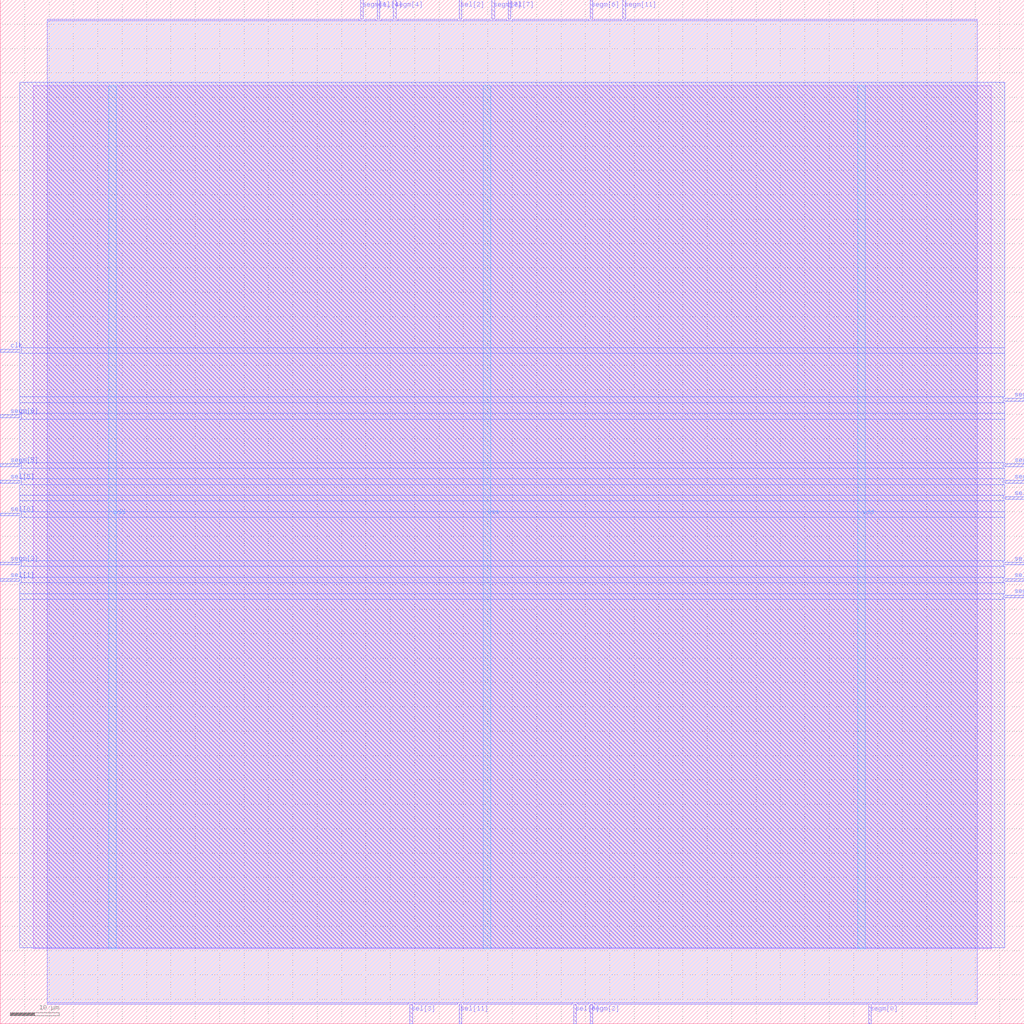
<source format=lef>
VERSION 5.7 ;
  NOWIREEXTENSIONATPIN ON ;
  DIVIDERCHAR "/" ;
  BUSBITCHARS "[]" ;
MACRO ita33
  CLASS BLOCK ;
  FOREIGN ita33 ;
  ORIGIN 0.000 0.000 ;
  SIZE 210.000 BY 210.000 ;
  PIN clk
    DIRECTION INPUT ;
    USE SIGNAL ;
    ANTENNAGATEAREA 4.738000 ;
    ANTENNADIFFAREA 0.410400 ;
    PORT
      LAYER Metal3 ;
        RECT 0.000 137.760 4.000 138.320 ;
    END
  END clk
  PIN segm[0]
    DIRECTION OUTPUT TRISTATE ;
    USE SIGNAL ;
    ANTENNADIFFAREA 0.360800 ;
    PORT
      LAYER Metal2 ;
        RECT 178.080 0.000 178.640 4.000 ;
    END
  END segm[0]
  PIN segm[10]
    DIRECTION OUTPUT TRISTATE ;
    USE SIGNAL ;
    ANTENNADIFFAREA 4.731200 ;
    PORT
      LAYER Metal3 ;
        RECT 206.000 114.240 210.000 114.800 ;
    END
  END segm[10]
  PIN segm[11]
    DIRECTION OUTPUT TRISTATE ;
    USE SIGNAL ;
    ANTENNADIFFAREA 4.731200 ;
    PORT
      LAYER Metal2 ;
        RECT 127.680 206.000 128.240 210.000 ;
    END
  END segm[11]
  PIN segm[12]
    DIRECTION OUTPUT TRISTATE ;
    USE SIGNAL ;
    ANTENNADIFFAREA 4.731200 ;
    PORT
      LAYER Metal3 ;
        RECT 206.000 87.360 210.000 87.920 ;
    END
  END segm[12]
  PIN segm[13]
    DIRECTION OUTPUT TRISTATE ;
    USE SIGNAL ;
    ANTENNADIFFAREA 4.731200 ;
    PORT
      LAYER Metal3 ;
        RECT 206.000 110.880 210.000 111.440 ;
    END
  END segm[13]
  PIN segm[1]
    DIRECTION OUTPUT TRISTATE ;
    USE SIGNAL ;
    ANTENNADIFFAREA 4.731200 ;
    PORT
      LAYER Metal2 ;
        RECT 73.920 206.000 74.480 210.000 ;
    END
  END segm[1]
  PIN segm[2]
    DIRECTION OUTPUT TRISTATE ;
    USE SIGNAL ;
    ANTENNADIFFAREA 4.731200 ;
    PORT
      LAYER Metal2 ;
        RECT 120.960 0.000 121.520 4.000 ;
    END
  END segm[2]
  PIN segm[3]
    DIRECTION OUTPUT TRISTATE ;
    USE SIGNAL ;
    ANTENNADIFFAREA 4.731200 ;
    PORT
      LAYER Metal3 ;
        RECT 0.000 94.080 4.000 94.640 ;
    END
  END segm[3]
  PIN segm[4]
    DIRECTION OUTPUT TRISTATE ;
    USE SIGNAL ;
    ANTENNADIFFAREA 4.731200 ;
    PORT
      LAYER Metal2 ;
        RECT 80.640 206.000 81.200 210.000 ;
    END
  END segm[4]
  PIN segm[5]
    DIRECTION OUTPUT TRISTATE ;
    USE SIGNAL ;
    ANTENNADIFFAREA 4.731200 ;
    PORT
      LAYER Metal3 ;
        RECT 0.000 114.240 4.000 114.800 ;
    END
  END segm[5]
  PIN segm[6]
    DIRECTION OUTPUT TRISTATE ;
    USE SIGNAL ;
    ANTENNADIFFAREA 4.731200 ;
    PORT
      LAYER Metal2 ;
        RECT 120.960 206.000 121.520 210.000 ;
    END
  END segm[6]
  PIN segm[7]
    DIRECTION OUTPUT TRISTATE ;
    USE SIGNAL ;
    ANTENNADIFFAREA 4.731200 ;
    PORT
      LAYER Metal2 ;
        RECT 100.800 206.000 101.360 210.000 ;
    END
  END segm[7]
  PIN segm[8]
    DIRECTION OUTPUT TRISTATE ;
    USE SIGNAL ;
    ANTENNADIFFAREA 4.731200 ;
    PORT
      LAYER Metal3 ;
        RECT 0.000 124.320 4.000 124.880 ;
    END
  END segm[8]
  PIN segm[9]
    DIRECTION OUTPUT TRISTATE ;
    USE SIGNAL ;
    ANTENNADIFFAREA 4.731200 ;
    PORT
      LAYER Metal3 ;
        RECT 206.000 127.680 210.000 128.240 ;
    END
  END segm[9]
  PIN sel[0]
    DIRECTION OUTPUT TRISTATE ;
    USE SIGNAL ;
    ANTENNADIFFAREA 4.731200 ;
    PORT
      LAYER Metal3 ;
        RECT 0.000 104.160 4.000 104.720 ;
    END
  END sel[0]
  PIN sel[10]
    DIRECTION OUTPUT TRISTATE ;
    USE SIGNAL ;
    ANTENNADIFFAREA 4.731200 ;
    PORT
      LAYER Metal3 ;
        RECT 206.000 107.520 210.000 108.080 ;
    END
  END sel[10]
  PIN sel[11]
    DIRECTION OUTPUT TRISTATE ;
    USE SIGNAL ;
    ANTENNADIFFAREA 4.731200 ;
    PORT
      LAYER Metal2 ;
        RECT 94.080 0.000 94.640 4.000 ;
    END
  END sel[11]
  PIN sel[1]
    DIRECTION OUTPUT TRISTATE ;
    USE SIGNAL ;
    ANTENNADIFFAREA 4.731200 ;
    PORT
      LAYER Metal3 ;
        RECT 0.000 90.720 4.000 91.280 ;
    END
  END sel[1]
  PIN sel[2]
    DIRECTION OUTPUT TRISTATE ;
    USE SIGNAL ;
    ANTENNADIFFAREA 4.731200 ;
    PORT
      LAYER Metal2 ;
        RECT 94.080 206.000 94.640 210.000 ;
    END
  END sel[2]
  PIN sel[3]
    DIRECTION OUTPUT TRISTATE ;
    USE SIGNAL ;
    ANTENNADIFFAREA 4.731200 ;
    PORT
      LAYER Metal2 ;
        RECT 84.000 0.000 84.560 4.000 ;
    END
  END sel[3]
  PIN sel[4]
    DIRECTION OUTPUT TRISTATE ;
    USE SIGNAL ;
    ANTENNADIFFAREA 4.731200 ;
    PORT
      LAYER Metal2 ;
        RECT 77.280 206.000 77.840 210.000 ;
    END
  END sel[4]
  PIN sel[5]
    DIRECTION OUTPUT TRISTATE ;
    USE SIGNAL ;
    ANTENNADIFFAREA 4.731200 ;
    PORT
      LAYER Metal3 ;
        RECT 0.000 110.880 4.000 111.440 ;
    END
  END sel[5]
  PIN sel[6]
    DIRECTION OUTPUT TRISTATE ;
    USE SIGNAL ;
    ANTENNADIFFAREA 4.731200 ;
    PORT
      LAYER Metal2 ;
        RECT 117.600 0.000 118.160 4.000 ;
    END
  END sel[6]
  PIN sel[7]
    DIRECTION OUTPUT TRISTATE ;
    USE SIGNAL ;
    ANTENNADIFFAREA 4.731200 ;
    PORT
      LAYER Metal2 ;
        RECT 104.160 206.000 104.720 210.000 ;
    END
  END sel[7]
  PIN sel[8]
    DIRECTION OUTPUT TRISTATE ;
    USE SIGNAL ;
    ANTENNADIFFAREA 4.731200 ;
    PORT
      LAYER Metal3 ;
        RECT 206.000 94.080 210.000 94.640 ;
    END
  END sel[8]
  PIN sel[9]
    DIRECTION OUTPUT TRISTATE ;
    USE SIGNAL ;
    ANTENNADIFFAREA 4.731200 ;
    PORT
      LAYER Metal3 ;
        RECT 206.000 90.720 210.000 91.280 ;
    END
  END sel[9]
  PIN vdd
    DIRECTION INOUT ;
    USE POWER ;
    PORT
      LAYER Metal4 ;
        RECT 22.240 15.380 23.840 192.380 ;
    END
    PORT
      LAYER Metal4 ;
        RECT 175.840 15.380 177.440 192.380 ;
    END
  END vdd
  PIN vss
    DIRECTION INOUT ;
    USE GROUND ;
    PORT
      LAYER Metal4 ;
        RECT 99.040 15.380 100.640 192.380 ;
    END
  END vss
  OBS
      LAYER Metal1 ;
        RECT 6.720 15.380 203.280 192.380 ;
      LAYER Metal2 ;
        RECT 9.660 205.700 73.620 206.000 ;
        RECT 74.780 205.700 76.980 206.000 ;
        RECT 78.140 205.700 80.340 206.000 ;
        RECT 81.500 205.700 93.780 206.000 ;
        RECT 94.940 205.700 100.500 206.000 ;
        RECT 101.660 205.700 103.860 206.000 ;
        RECT 105.020 205.700 120.660 206.000 ;
        RECT 121.820 205.700 127.380 206.000 ;
        RECT 128.540 205.700 200.340 206.000 ;
        RECT 9.660 4.300 200.340 205.700 ;
        RECT 9.660 4.000 83.700 4.300 ;
        RECT 84.860 4.000 93.780 4.300 ;
        RECT 94.940 4.000 117.300 4.300 ;
        RECT 118.460 4.000 120.660 4.300 ;
        RECT 121.820 4.000 177.780 4.300 ;
        RECT 178.940 4.000 200.340 4.300 ;
      LAYER Metal3 ;
        RECT 4.000 138.620 206.000 193.060 ;
        RECT 4.300 137.460 206.000 138.620 ;
        RECT 4.000 128.540 206.000 137.460 ;
        RECT 4.000 127.380 205.700 128.540 ;
        RECT 4.000 125.180 206.000 127.380 ;
        RECT 4.300 124.020 206.000 125.180 ;
        RECT 4.000 115.100 206.000 124.020 ;
        RECT 4.300 113.940 205.700 115.100 ;
        RECT 4.000 111.740 206.000 113.940 ;
        RECT 4.300 110.580 205.700 111.740 ;
        RECT 4.000 108.380 206.000 110.580 ;
        RECT 4.000 107.220 205.700 108.380 ;
        RECT 4.000 105.020 206.000 107.220 ;
        RECT 4.300 103.860 206.000 105.020 ;
        RECT 4.000 94.940 206.000 103.860 ;
        RECT 4.300 93.780 205.700 94.940 ;
        RECT 4.000 91.580 206.000 93.780 ;
        RECT 4.300 90.420 205.700 91.580 ;
        RECT 4.000 88.220 206.000 90.420 ;
        RECT 4.000 87.060 205.700 88.220 ;
        RECT 4.000 15.540 206.000 87.060 ;
  END
END ita33
END LIBRARY


</source>
